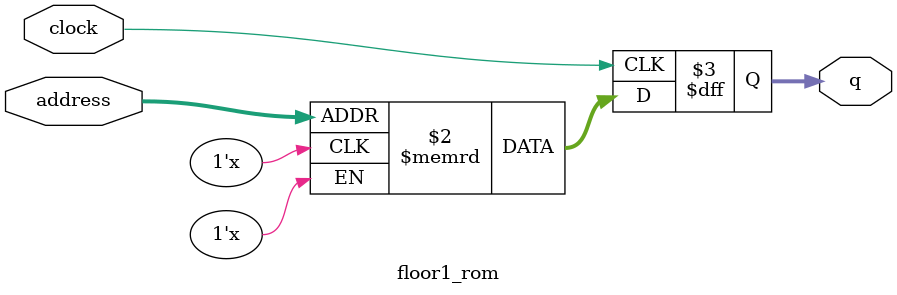
<source format=sv>
module floor1_rom (
	input logic clock,
	input logic [16:0] address,
	output logic [3:0] q
);

logic [3:0] memory [0:81919] /* synthesis ram_init_file = "./floor1/floor1.mif" */;

always_ff @ (posedge clock) begin
	q <= memory[address];
end

endmodule

</source>
